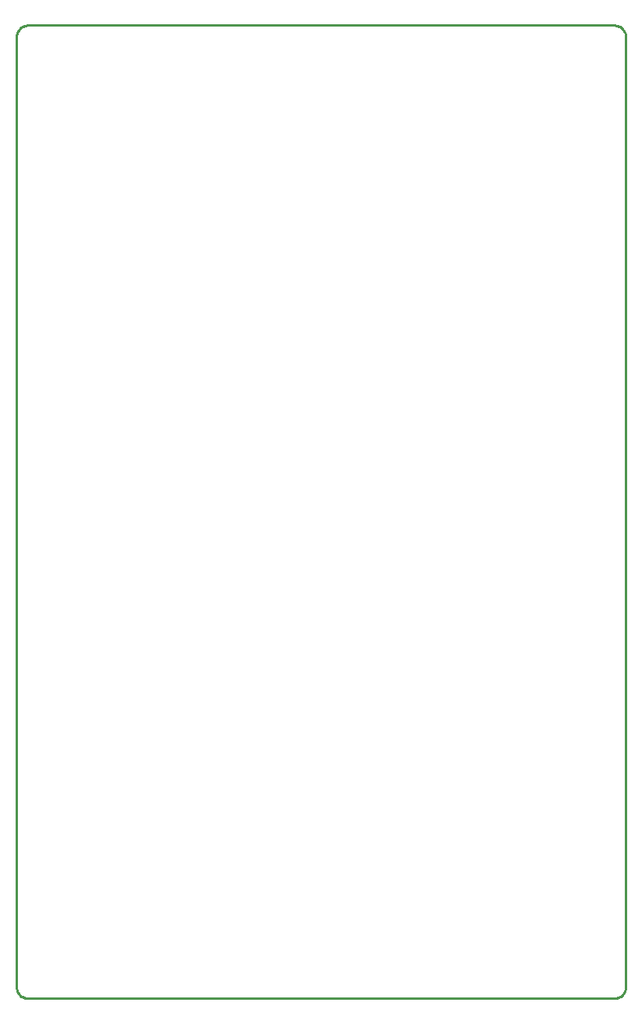
<source format=gbr>
G04 EAGLE Gerber RS-274X export*
G75*
%MOMM*%
%FSLAX34Y34*%
%LPD*%
%IN*%
%IPPOS*%
%AMOC8*
5,1,8,0,0,1.08239X$1,22.5*%
G01*
G04 Define Apertures*
%ADD10C,0.254000*%
D10*
X-368300Y12700D02*
X-368252Y11593D01*
X-368107Y10495D01*
X-367867Y9413D01*
X-367534Y8356D01*
X-367110Y7333D01*
X-366599Y6350D01*
X-366003Y5416D01*
X-365329Y4537D01*
X-364580Y3720D01*
X-363763Y2971D01*
X-362884Y2297D01*
X-361950Y1701D01*
X-360967Y1190D01*
X-359944Y766D01*
X-358887Y433D01*
X-357805Y193D01*
X-356707Y48D01*
X-355600Y0D01*
X279400Y0D01*
X280507Y48D01*
X281605Y193D01*
X282687Y433D01*
X283744Y766D01*
X284767Y1190D01*
X285750Y1701D01*
X286684Y2297D01*
X287563Y2971D01*
X288380Y3720D01*
X289129Y4537D01*
X289803Y5416D01*
X290399Y6350D01*
X290910Y7333D01*
X291334Y8356D01*
X291667Y9413D01*
X291907Y10495D01*
X292052Y11593D01*
X292100Y12700D01*
X292100Y1041400D01*
X292052Y1042507D01*
X291907Y1043605D01*
X291667Y1044687D01*
X291334Y1045744D01*
X290910Y1046767D01*
X290399Y1047750D01*
X289803Y1048684D01*
X289129Y1049563D01*
X288380Y1050380D01*
X287563Y1051129D01*
X286684Y1051803D01*
X285750Y1052399D01*
X284767Y1052910D01*
X283744Y1053334D01*
X282687Y1053667D01*
X281605Y1053907D01*
X280507Y1054052D01*
X279400Y1054100D01*
X-355600Y1054100D01*
X-356707Y1054052D01*
X-357805Y1053907D01*
X-358887Y1053667D01*
X-359944Y1053334D01*
X-360967Y1052910D01*
X-361950Y1052399D01*
X-362884Y1051803D01*
X-363763Y1051129D01*
X-364580Y1050380D01*
X-365329Y1049563D01*
X-366003Y1048684D01*
X-366599Y1047750D01*
X-367110Y1046767D01*
X-367534Y1045744D01*
X-367867Y1044687D01*
X-368107Y1043605D01*
X-368252Y1042507D01*
X-368300Y1041400D01*
X-368300Y12700D01*
M02*

</source>
